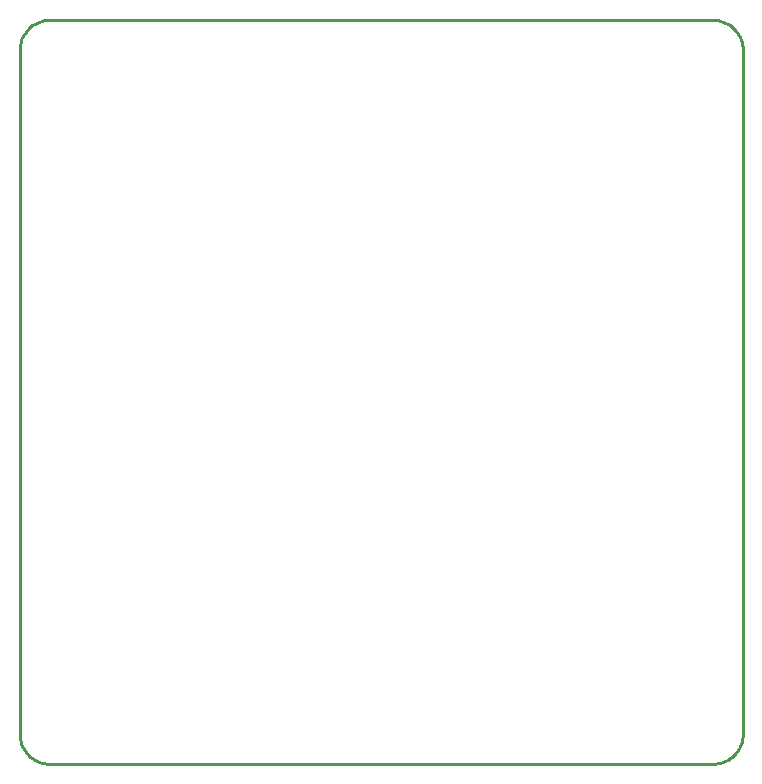
<source format=gko>
G04 EAGLE Gerber RS-274X export*
G75*
%MOMM*%
%FSLAX34Y34*%
%LPD*%
%IN*%
%IPPOS*%
%AMOC8*
5,1,8,0,0,1.08239X$1,22.5*%
G01*
%ADD10C,0.254000*%


D10*
X-27940Y20320D02*
X-27843Y18106D01*
X-27554Y15909D01*
X-27075Y13746D01*
X-26408Y11633D01*
X-25560Y9586D01*
X-24537Y7620D01*
X-23346Y5751D01*
X-21998Y3993D01*
X-20501Y2360D01*
X-18867Y862D01*
X-17109Y-486D01*
X-15240Y-1677D01*
X-13275Y-2700D01*
X-11227Y-3548D01*
X-9114Y-4215D01*
X-6951Y-4694D01*
X-4754Y-4983D01*
X-2540Y-5080D01*
X558800Y-5080D01*
X561014Y-4983D01*
X563211Y-4694D01*
X565374Y-4215D01*
X567487Y-3548D01*
X569535Y-2700D01*
X571500Y-1677D01*
X573369Y-486D01*
X575127Y862D01*
X576761Y2360D01*
X578258Y3993D01*
X579606Y5751D01*
X580797Y7620D01*
X581820Y9586D01*
X582668Y11633D01*
X583335Y13746D01*
X583814Y15909D01*
X584103Y18106D01*
X584200Y20320D01*
X584200Y599440D01*
X584103Y601654D01*
X583814Y603851D01*
X583335Y606014D01*
X582668Y608127D01*
X581820Y610175D01*
X580797Y612140D01*
X579606Y614009D01*
X578258Y615767D01*
X576761Y617401D01*
X575127Y618898D01*
X573369Y620246D01*
X571500Y621437D01*
X569535Y622460D01*
X567487Y623308D01*
X565374Y623975D01*
X563211Y624454D01*
X561014Y624743D01*
X558800Y624840D01*
X-2540Y624840D01*
X-4754Y624743D01*
X-6951Y624454D01*
X-9114Y623975D01*
X-11227Y623308D01*
X-13275Y622460D01*
X-15240Y621437D01*
X-17109Y620246D01*
X-18867Y618898D01*
X-20501Y617401D01*
X-21998Y615767D01*
X-23346Y614009D01*
X-24537Y612140D01*
X-25560Y610175D01*
X-26408Y608127D01*
X-27075Y606014D01*
X-27554Y603851D01*
X-27843Y601654D01*
X-27940Y599440D01*
X-27940Y20320D01*
M02*

</source>
